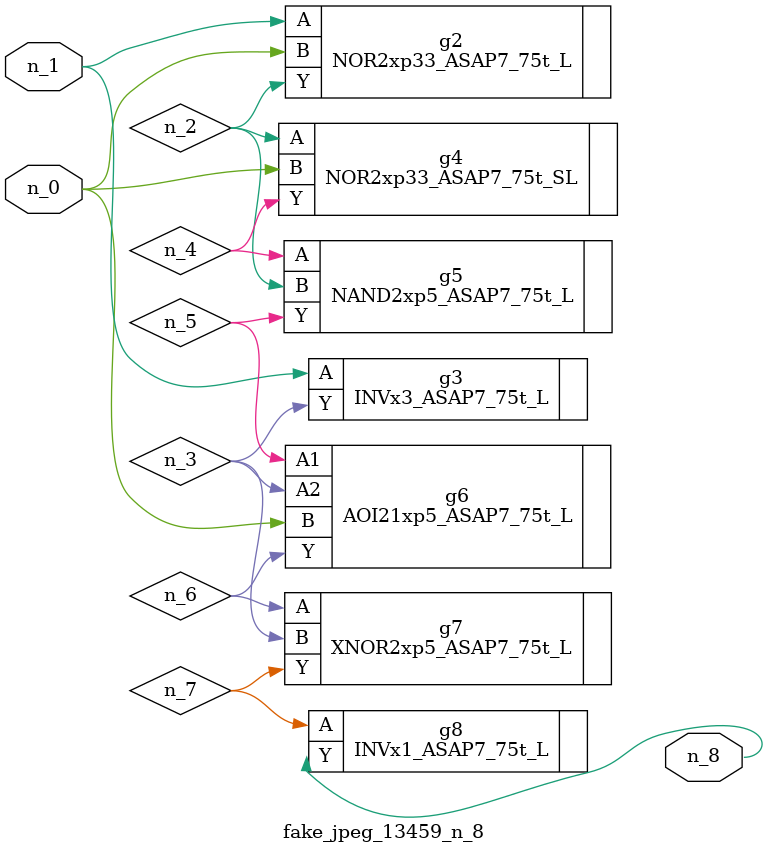
<source format=v>
module fake_jpeg_13459_n_8 (n_0, n_1, n_8);

input n_0;
input n_1;

output n_8;

wire n_2;
wire n_3;
wire n_4;
wire n_6;
wire n_5;
wire n_7;

NOR2xp33_ASAP7_75t_L g2 ( 
.A(n_1),
.B(n_0),
.Y(n_2)
);

INVx3_ASAP7_75t_L g3 ( 
.A(n_1),
.Y(n_3)
);

NOR2xp33_ASAP7_75t_SL g4 ( 
.A(n_2),
.B(n_0),
.Y(n_4)
);

NAND2xp5_ASAP7_75t_L g5 ( 
.A(n_4),
.B(n_2),
.Y(n_5)
);

AOI21xp5_ASAP7_75t_L g6 ( 
.A1(n_5),
.A2(n_3),
.B(n_0),
.Y(n_6)
);

XNOR2xp5_ASAP7_75t_L g7 ( 
.A(n_6),
.B(n_3),
.Y(n_7)
);

INVx1_ASAP7_75t_L g8 ( 
.A(n_7),
.Y(n_8)
);


endmodule
</source>
